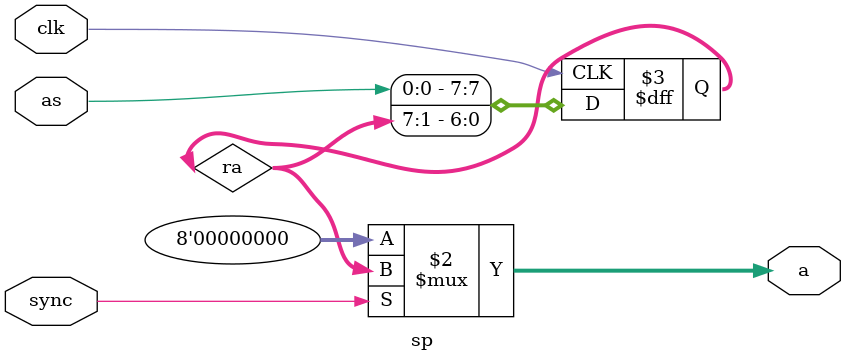
<source format=v>
module sp(input wire as,
	  input wire 	    sync,
	  input wire 	    clk,
	  output wire [7:0] a);
  
   reg 	              [7:0] ra;
   
   always  @(posedge clk)
     ra <= {as, ra[7:1]};

   assign a  = sync ? ra : 8'b0;
     
  endmodule

</source>
